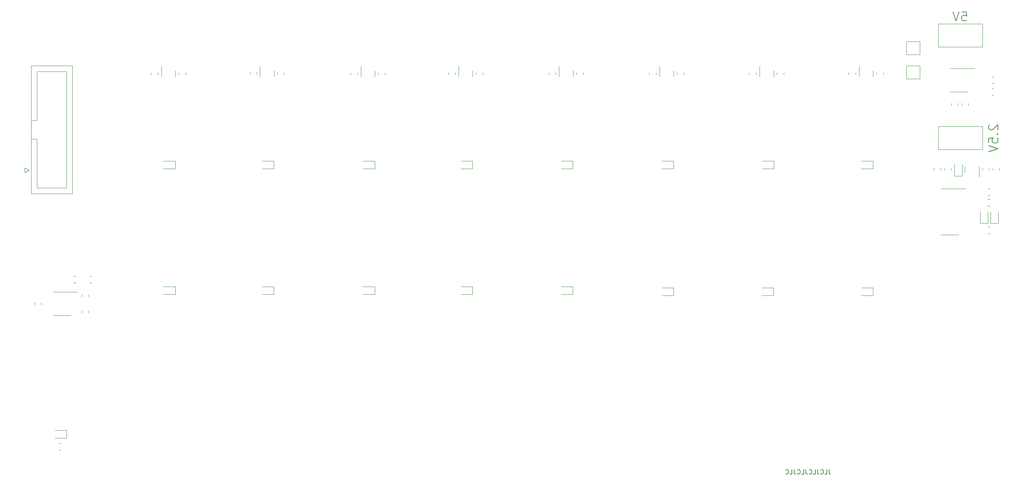
<source format=gbr>
%TF.GenerationSoftware,KiCad,Pcbnew,(6.0.0-0)*%
%TF.CreationDate,2022-11-09T21:30:40-05:00*%
%TF.ProjectId,SEQUENCER,53455155-454e-4434-9552-2e6b69636164,rev?*%
%TF.SameCoordinates,Original*%
%TF.FileFunction,Legend,Bot*%
%TF.FilePolarity,Positive*%
%FSLAX46Y46*%
G04 Gerber Fmt 4.6, Leading zero omitted, Abs format (unit mm)*
G04 Created by KiCad (PCBNEW (6.0.0-0)) date 2022-11-09 21:30:40*
%MOMM*%
%LPD*%
G01*
G04 APERTURE LIST*
%ADD10C,0.150000*%
%ADD11C,0.120000*%
G04 APERTURE END LIST*
D10*
X307466952Y-68754761D02*
X308419333Y-68754761D01*
X308514571Y-69707142D01*
X308419333Y-69611904D01*
X308228857Y-69516666D01*
X307752666Y-69516666D01*
X307562190Y-69611904D01*
X307466952Y-69707142D01*
X307371714Y-69897619D01*
X307371714Y-70373809D01*
X307466952Y-70564285D01*
X307562190Y-70659523D01*
X307752666Y-70754761D01*
X308228857Y-70754761D01*
X308419333Y-70659523D01*
X308514571Y-70564285D01*
X306800285Y-68754761D02*
X306133619Y-70754761D01*
X305466952Y-68754761D01*
X313547238Y-93662857D02*
X313452000Y-93758095D01*
X313356761Y-93948571D01*
X313356761Y-94424761D01*
X313452000Y-94615238D01*
X313547238Y-94710476D01*
X313737714Y-94805714D01*
X313928190Y-94805714D01*
X314213904Y-94710476D01*
X315356761Y-93567619D01*
X315356761Y-94805714D01*
X315166285Y-95662857D02*
X315261523Y-95758095D01*
X315356761Y-95662857D01*
X315261523Y-95567619D01*
X315166285Y-95662857D01*
X315356761Y-95662857D01*
X313356761Y-97567619D02*
X313356761Y-96615238D01*
X314309142Y-96520000D01*
X314213904Y-96615238D01*
X314118666Y-96805714D01*
X314118666Y-97281904D01*
X314213904Y-97472380D01*
X314309142Y-97567619D01*
X314499619Y-97662857D01*
X314975809Y-97662857D01*
X315166285Y-97567619D01*
X315261523Y-97472380D01*
X315356761Y-97281904D01*
X315356761Y-96805714D01*
X315261523Y-96615238D01*
X315166285Y-96520000D01*
X313356761Y-98234285D02*
X315356761Y-98900952D01*
X313356761Y-99567619D01*
X278177047Y-169632380D02*
X278177047Y-170346666D01*
X278224666Y-170489523D01*
X278319904Y-170584761D01*
X278462761Y-170632380D01*
X278558000Y-170632380D01*
X277224666Y-170632380D02*
X277700857Y-170632380D01*
X277700857Y-169632380D01*
X276319904Y-170537142D02*
X276367523Y-170584761D01*
X276510380Y-170632380D01*
X276605619Y-170632380D01*
X276748476Y-170584761D01*
X276843714Y-170489523D01*
X276891333Y-170394285D01*
X276938952Y-170203809D01*
X276938952Y-170060952D01*
X276891333Y-169870476D01*
X276843714Y-169775238D01*
X276748476Y-169680000D01*
X276605619Y-169632380D01*
X276510380Y-169632380D01*
X276367523Y-169680000D01*
X276319904Y-169727619D01*
X275605619Y-169632380D02*
X275605619Y-170346666D01*
X275653238Y-170489523D01*
X275748476Y-170584761D01*
X275891333Y-170632380D01*
X275986571Y-170632380D01*
X274653238Y-170632380D02*
X275129428Y-170632380D01*
X275129428Y-169632380D01*
X273748476Y-170537142D02*
X273796095Y-170584761D01*
X273938952Y-170632380D01*
X274034190Y-170632380D01*
X274177047Y-170584761D01*
X274272285Y-170489523D01*
X274319904Y-170394285D01*
X274367523Y-170203809D01*
X274367523Y-170060952D01*
X274319904Y-169870476D01*
X274272285Y-169775238D01*
X274177047Y-169680000D01*
X274034190Y-169632380D01*
X273938952Y-169632380D01*
X273796095Y-169680000D01*
X273748476Y-169727619D01*
X273034190Y-169632380D02*
X273034190Y-170346666D01*
X273081809Y-170489523D01*
X273177047Y-170584761D01*
X273319904Y-170632380D01*
X273415142Y-170632380D01*
X272081809Y-170632380D02*
X272558000Y-170632380D01*
X272558000Y-169632380D01*
X271177047Y-170537142D02*
X271224666Y-170584761D01*
X271367523Y-170632380D01*
X271462761Y-170632380D01*
X271605619Y-170584761D01*
X271700857Y-170489523D01*
X271748476Y-170394285D01*
X271796095Y-170203809D01*
X271796095Y-170060952D01*
X271748476Y-169870476D01*
X271700857Y-169775238D01*
X271605619Y-169680000D01*
X271462761Y-169632380D01*
X271367523Y-169632380D01*
X271224666Y-169680000D01*
X271177047Y-169727619D01*
X270462761Y-169632380D02*
X270462761Y-170346666D01*
X270510380Y-170489523D01*
X270605619Y-170584761D01*
X270748476Y-170632380D01*
X270843714Y-170632380D01*
X269510380Y-170632380D02*
X269986571Y-170632380D01*
X269986571Y-169632380D01*
X268605619Y-170537142D02*
X268653238Y-170584761D01*
X268796095Y-170632380D01*
X268891333Y-170632380D01*
X269034190Y-170584761D01*
X269129428Y-170489523D01*
X269177047Y-170394285D01*
X269224666Y-170203809D01*
X269224666Y-170060952D01*
X269177047Y-169870476D01*
X269129428Y-169775238D01*
X269034190Y-169680000D01*
X268891333Y-169632380D01*
X268796095Y-169632380D01*
X268653238Y-169680000D01*
X268605619Y-169727619D01*
D11*
%TO.C,Q8*%
X287872000Y-82389500D02*
X287872000Y-81739500D01*
X284752000Y-82389500D02*
X284752000Y-83039500D01*
X287872000Y-82389500D02*
X287872000Y-83039500D01*
X284752000Y-82389500D02*
X284752000Y-80714500D01*
%TO.C,C2*%
X313071248Y-111507256D02*
X313593752Y-111507256D01*
X313071248Y-110037256D02*
X313593752Y-110037256D01*
%TO.C,R25*%
X311952499Y-103671577D02*
X311952499Y-103217449D01*
X313422499Y-103671577D02*
X313422499Y-103217449D01*
%TO.C,Q7*%
X265944000Y-82389500D02*
X265944000Y-83039500D01*
X262824000Y-82389500D02*
X262824000Y-83039500D01*
X262824000Y-82389500D02*
X262824000Y-80714500D01*
X265944000Y-82389500D02*
X265944000Y-81739500D01*
%TO.C,R1*%
X115035000Y-134646936D02*
X115035000Y-135101064D01*
X113565000Y-134646936D02*
X113565000Y-135101064D01*
%TO.C,R30*%
X313970936Y-87095000D02*
X314425064Y-87095000D01*
X313970936Y-85625000D02*
X314425064Y-85625000D01*
%TO.C,U2*%
X304761743Y-117864256D02*
X302811743Y-117864256D01*
X304761743Y-117864256D02*
X306711743Y-117864256D01*
X304761743Y-107744256D02*
X308211743Y-107744256D01*
X304761743Y-107744256D02*
X302811743Y-107744256D01*
%TO.C,R26*%
X305040499Y-103217449D02*
X305040499Y-103671577D01*
X303570499Y-103217449D02*
X303570499Y-103671577D01*
%TO.C,D20*%
X287790501Y-103305500D02*
X285240501Y-103305500D01*
X287790501Y-101605500D02*
X285240501Y-101605500D01*
X287790501Y-101605500D02*
X287790501Y-103305500D01*
%TO.C,D27*%
X265872000Y-129545500D02*
X263322000Y-129545500D01*
X265872000Y-129545500D02*
X265872000Y-131245500D01*
X265872000Y-131245500D02*
X263322000Y-131245500D01*
%TO.C,R6*%
X313105436Y-109221256D02*
X313559564Y-109221256D01*
X313105436Y-107751256D02*
X313559564Y-107751256D01*
%TO.C,D22*%
X155865143Y-129291500D02*
X155865143Y-130991500D01*
X155865143Y-129291500D02*
X153315143Y-129291500D01*
X155865143Y-130991500D02*
X153315143Y-130991500D01*
%TO.C,D1*%
X110212000Y-160948000D02*
X107662000Y-160948000D01*
X110212000Y-160948000D02*
X110212000Y-162648000D01*
X110212000Y-162648000D02*
X107662000Y-162648000D01*
%TO.C,D19*%
X265956000Y-101605500D02*
X265956000Y-103305500D01*
X265956000Y-101605500D02*
X263406000Y-101605500D01*
X265956000Y-103305500D02*
X263406000Y-103305500D01*
%TO.C,Q4*%
X199637429Y-82389500D02*
X199637429Y-83039500D01*
X199637429Y-82389500D02*
X199637429Y-81739500D01*
X196517429Y-82389500D02*
X196517429Y-80714500D01*
X196517429Y-82389500D02*
X196517429Y-83039500D01*
%TO.C,R22*%
X262071000Y-82162436D02*
X262071000Y-82616564D01*
X260601000Y-82162436D02*
X260601000Y-82616564D01*
%TO.C,TP1*%
X298122000Y-75258000D02*
X295222000Y-75258000D01*
X295222000Y-78158000D02*
X298122000Y-78158000D01*
X298122000Y-78158000D02*
X298122000Y-75258000D01*
X295222000Y-75258000D02*
X295222000Y-78158000D01*
%TO.C,R33*%
X307367000Y-88926936D02*
X307367000Y-89381064D01*
X308837000Y-88926936D02*
X308837000Y-89381064D01*
%TO.C,R23*%
X283999000Y-82162436D02*
X283999000Y-82616564D01*
X282529000Y-82162436D02*
X282529000Y-82616564D01*
%TO.C,D28*%
X287800000Y-131245500D02*
X285250000Y-131245500D01*
X287800000Y-129545500D02*
X287800000Y-131245500D01*
X287800000Y-129545500D02*
X285250000Y-129545500D01*
%TO.C,D13*%
X134118000Y-103305500D02*
X131568000Y-103305500D01*
X134118000Y-101605500D02*
X134118000Y-103305500D01*
X134118000Y-101605500D02*
X131568000Y-101605500D01*
%TO.C,D14*%
X155865143Y-101605500D02*
X153315143Y-101605500D01*
X155865143Y-103305500D02*
X153315143Y-103305500D01*
X155865143Y-101605500D02*
X155865143Y-103305500D01*
%TO.C,Q6*%
X240810000Y-82389500D02*
X240810000Y-80714500D01*
X240810000Y-82389500D02*
X240810000Y-83039500D01*
X243930000Y-82389500D02*
X243930000Y-83039500D01*
X243930000Y-82389500D02*
X243930000Y-81739500D01*
%TO.C,D21*%
X134118000Y-129291500D02*
X131568000Y-129291500D01*
X134118000Y-129291500D02*
X134118000Y-130991500D01*
X134118000Y-130991500D02*
X131568000Y-130991500D01*
%TO.C,R8*%
X134943000Y-82616564D02*
X134943000Y-82162436D01*
X136413000Y-82616564D02*
X136413000Y-82162436D01*
%TO.C,R15*%
X290095000Y-82616564D02*
X290095000Y-82162436D01*
X288625000Y-82616564D02*
X288625000Y-82162436D01*
%TO.C,D15*%
X178096286Y-101605500D02*
X175546286Y-101605500D01*
X178096286Y-101605500D02*
X178096286Y-103305500D01*
X178096286Y-103305500D02*
X175546286Y-103305500D01*
%TO.C,R17*%
X152119000Y-82068936D02*
X152119000Y-82523064D01*
X150649000Y-82068936D02*
X150649000Y-82523064D01*
%TO.C,U4*%
X306832000Y-86380000D02*
X308782000Y-86380000D01*
X306832000Y-81260000D02*
X310282000Y-81260000D01*
X306832000Y-86380000D02*
X304882000Y-86380000D01*
X306832000Y-81260000D02*
X304882000Y-81260000D01*
%TO.C,R13*%
X244683000Y-82616564D02*
X244683000Y-82162436D01*
X246153000Y-82616564D02*
X246153000Y-82162436D01*
%TO.C,R2*%
X115731064Y-127027000D02*
X115276936Y-127027000D01*
X115731064Y-128497000D02*
X115276936Y-128497000D01*
%TO.C,D16*%
X199577429Y-101605500D02*
X197027429Y-101605500D01*
X199577429Y-101605500D02*
X199577429Y-103305500D01*
X199577429Y-103305500D02*
X197027429Y-103305500D01*
%TO.C,Q9*%
X308079499Y-103444513D02*
X308079499Y-102794513D01*
X308079499Y-103444513D02*
X308079499Y-104094513D01*
X311199499Y-103444513D02*
X311199499Y-105119513D01*
X311199499Y-103444513D02*
X311199499Y-102794513D01*
%TO.C,D23*%
X178060000Y-129291500D02*
X175510000Y-129291500D01*
X178060000Y-129291500D02*
X178060000Y-130991500D01*
X178060000Y-130991500D02*
X175510000Y-130991500D01*
%TO.C,R10*%
X178885000Y-82616564D02*
X178885000Y-82162436D01*
X180355000Y-82616564D02*
X180355000Y-82162436D01*
%TO.C,R4*%
X108939064Y-165327000D02*
X108484936Y-165327000D01*
X108939064Y-163857000D02*
X108484936Y-163857000D01*
%TO.C,R16*%
X130312000Y-82162436D02*
X130312000Y-82616564D01*
X128842000Y-82162436D02*
X128842000Y-82616564D01*
%TO.C,R24*%
X315708499Y-103671577D02*
X315708499Y-103217449D01*
X314238499Y-103671577D02*
X314238499Y-103217449D01*
%TO.C,R20*%
X216447000Y-82162436D02*
X216447000Y-82616564D01*
X217917000Y-82162436D02*
X217917000Y-82616564D01*
%TO.C,Q5*%
X221790000Y-82389500D02*
X221790000Y-83039500D01*
X218670000Y-82389500D02*
X218670000Y-83039500D01*
X221790000Y-82389500D02*
X221790000Y-81739500D01*
X218670000Y-82389500D02*
X218670000Y-80714500D01*
%TO.C,Q1*%
X131070000Y-82389500D02*
X131070000Y-83039500D01*
X134190000Y-82389500D02*
X134190000Y-83039500D01*
X134190000Y-82389500D02*
X134190000Y-81739500D01*
X131070000Y-82389500D02*
X131070000Y-80714500D01*
%TO.C,D2*%
X313166500Y-115320256D02*
X311466500Y-115320256D01*
X311466500Y-115320256D02*
X311466500Y-112770256D01*
X313166500Y-115320256D02*
X313166500Y-112770256D01*
%TO.C,D18*%
X243858000Y-103305500D02*
X241308000Y-103305500D01*
X243858000Y-101605500D02*
X241308000Y-101605500D01*
X243858000Y-101605500D02*
X243858000Y-103305500D01*
%TO.C,R3*%
X115035000Y-131090936D02*
X115035000Y-131545064D01*
X113565000Y-131090936D02*
X113565000Y-131545064D01*
%TO.C,R14*%
X268167000Y-82616564D02*
X268167000Y-82162436D01*
X266697000Y-82616564D02*
X266697000Y-82162436D01*
%TO.C,J4*%
X101984000Y-103632000D02*
X100984000Y-104132000D01*
X102374000Y-80642000D02*
X102374000Y-108842000D01*
X110184000Y-107542000D02*
X110184000Y-81942000D01*
X110184000Y-81942000D02*
X103684000Y-81942000D01*
X103684000Y-81942000D02*
X103684000Y-92692000D01*
X102374000Y-108842000D02*
X111494000Y-108842000D01*
X100984000Y-103132000D02*
X101984000Y-103632000D01*
X103684000Y-92692000D02*
X102374000Y-92692000D01*
X103684000Y-96792000D02*
X103684000Y-107542000D01*
X103684000Y-92692000D02*
X103684000Y-92692000D01*
X100984000Y-104132000D02*
X100984000Y-103132000D01*
X111494000Y-80642000D02*
X102374000Y-80642000D01*
X103684000Y-107542000D02*
X110184000Y-107542000D01*
X102374000Y-96792000D02*
X103684000Y-96792000D01*
X111494000Y-108842000D02*
X111494000Y-80642000D01*
%TO.C,R11*%
X201860429Y-82616564D02*
X201860429Y-82162436D01*
X200390429Y-82616564D02*
X200390429Y-82162436D01*
%TO.C,D25*%
X221718000Y-129291500D02*
X221718000Y-130991500D01*
X221718000Y-129291500D02*
X219168000Y-129291500D01*
X221718000Y-130991500D02*
X219168000Y-130991500D01*
%TO.C,D17*%
X221718000Y-101605500D02*
X221718000Y-103305500D01*
X221718000Y-103305500D02*
X219168000Y-103305500D01*
X221718000Y-101605500D02*
X219168000Y-101605500D01*
%TO.C,C1*%
X111686748Y-128497000D02*
X112209252Y-128497000D01*
X111686748Y-127027000D02*
X112209252Y-127027000D01*
%TO.C,R18*%
X174259000Y-82162436D02*
X174259000Y-82616564D01*
X172789000Y-82162436D02*
X172789000Y-82616564D01*
%TO.C,U1*%
X109215000Y-130536000D02*
X107265000Y-130536000D01*
X109215000Y-130536000D02*
X112665000Y-130536000D01*
X109215000Y-135656000D02*
X107265000Y-135656000D01*
X109215000Y-135656000D02*
X111165000Y-135656000D01*
%TO.C,R29*%
X314425064Y-84555000D02*
X313970936Y-84555000D01*
X314425064Y-83085000D02*
X313970936Y-83085000D01*
%TO.C,R5*%
X104616000Y-133323064D02*
X104616000Y-132868936D01*
X103146000Y-133323064D02*
X103146000Y-132868936D01*
%TO.C,R28*%
X306551000Y-89381064D02*
X306551000Y-88926936D01*
X305081000Y-89381064D02*
X305081000Y-88926936D01*
%TO.C,RV10*%
X311971000Y-76444000D02*
X311971000Y-71374000D01*
X302201000Y-76444000D02*
X302201000Y-71374000D01*
X302201000Y-71374000D02*
X311971000Y-71374000D01*
X302201000Y-76444000D02*
X311971000Y-76444000D01*
%TO.C,R19*%
X195764429Y-82162436D02*
X195764429Y-82616564D01*
X194294429Y-82162436D02*
X194294429Y-82616564D01*
%TO.C,R9*%
X158143143Y-82616564D02*
X158143143Y-82162436D01*
X156673143Y-82616564D02*
X156673143Y-82162436D01*
%TO.C,TP2*%
X298122000Y-83492000D02*
X298122000Y-80592000D01*
X298122000Y-80592000D02*
X295222000Y-80592000D01*
X295222000Y-83492000D02*
X298122000Y-83492000D01*
X295222000Y-80592000D02*
X295222000Y-83492000D01*
%TO.C,RV11*%
X302211000Y-99050000D02*
X302211000Y-93980000D01*
X302211000Y-93980000D02*
X311981000Y-93980000D01*
X302211000Y-99050000D02*
X311981000Y-99050000D01*
X311981000Y-99050000D02*
X311981000Y-93980000D01*
%TO.C,D3*%
X315452500Y-115320256D02*
X315452500Y-112770256D01*
X313752500Y-115320256D02*
X313752500Y-112770256D01*
X315452500Y-115320256D02*
X313752500Y-115320256D01*
%TO.C,D12*%
X307441499Y-104944513D02*
X307441499Y-102394513D01*
X307441499Y-104944513D02*
X305741499Y-104944513D01*
X305741499Y-104944513D02*
X305741499Y-102394513D01*
%TO.C,Q2*%
X155920143Y-82389500D02*
X155920143Y-83039500D01*
X152800143Y-82389500D02*
X152800143Y-80714500D01*
X152800143Y-82389500D02*
X152800143Y-83039500D01*
X155920143Y-82389500D02*
X155920143Y-81739500D01*
%TO.C,R12*%
X222543000Y-82616564D02*
X222543000Y-82162436D01*
X224013000Y-82616564D02*
X224013000Y-82162436D01*
%TO.C,R21*%
X240057000Y-82162436D02*
X240057000Y-82616564D01*
X238587000Y-82162436D02*
X238587000Y-82616564D01*
%TO.C,R27*%
X302754499Y-103671577D02*
X302754499Y-103217449D01*
X301284499Y-103671577D02*
X301284499Y-103217449D01*
%TO.C,D24*%
X199577429Y-129291500D02*
X197027429Y-129291500D01*
X199577429Y-130991500D02*
X197027429Y-130991500D01*
X199577429Y-129291500D02*
X199577429Y-130991500D01*
%TO.C,Q3*%
X178132000Y-82389500D02*
X178132000Y-81739500D01*
X178132000Y-82389500D02*
X178132000Y-83039500D01*
X175012000Y-82389500D02*
X175012000Y-83039500D01*
X175012000Y-82389500D02*
X175012000Y-80714500D01*
%TO.C,D26*%
X243858000Y-129545500D02*
X241308000Y-129545500D01*
X243858000Y-131245500D02*
X241308000Y-131245500D01*
X243858000Y-129545500D02*
X243858000Y-131245500D01*
%TO.C,R7*%
X313105436Y-117603256D02*
X313559564Y-117603256D01*
X313105436Y-116133256D02*
X313559564Y-116133256D01*
%TD*%
M02*

</source>
